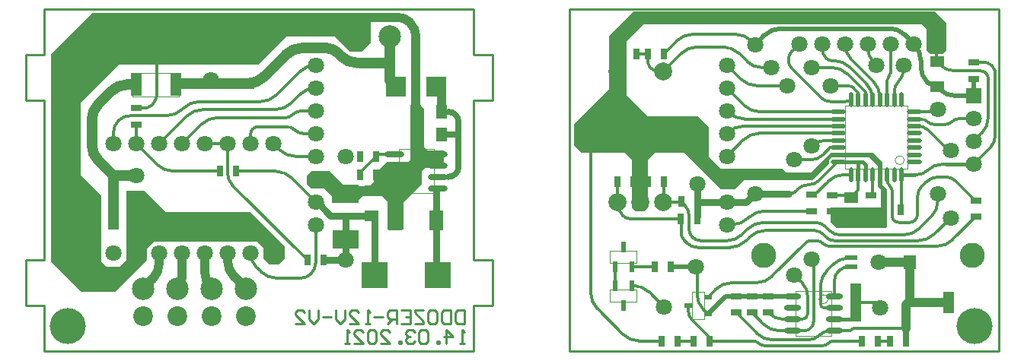
<source format=gtl>
G04 Layer_Physical_Order=1*
G04 Layer_Color=255*
%FSLAX44Y44*%
%MOMM*%
G71*
G01*
G75*
%ADD10C,0.3500*%
%ADD11C,1.2000*%
%ADD12C,0.7000*%
%ADD13C,0.5000*%
%ADD14C,1.0000*%
%ADD15R,0.8000X1.2000*%
%ADD16O,0.5500X1.6500*%
%ADD17O,1.6500X0.5500*%
%ADD18R,1.2000X0.8000*%
%ADD19R,1.6000X1.2000*%
%ADD20R,3.0000X2.0000*%
%ADD21R,0.8500X0.6000*%
%ADD22O,2.2000X0.6000*%
%ADD23R,1.2000X2.6000*%
%ADD24R,2.3000X2.3000*%
%ADD25R,3.0000X3.0000*%
%ADD26R,1.6000X2.2000*%
%ADD27R,1.2000X1.6000*%
%ADD28O,1.9000X0.6000*%
%ADD29R,1.4000X0.6000*%
%ADD30R,1.4000X1.6000*%
%ADD31R,0.6000X1.1500*%
%ADD32R,1.2000X2.4000*%
%ADD33R,1.2000X4.2000*%
%ADD34C,0.4000*%
%ADD35C,0.8000*%
%ADD36C,0.2540*%
%ADD37C,0.1000*%
G04:AMPARAMS|DCode=38|XSize=1.8mm|YSize=1.8mm|CornerRadius=0.225mm|HoleSize=0mm|Usage=FLASHONLY|Rotation=180.000|XOffset=0mm|YOffset=0mm|HoleType=Round|Shape=RoundedRectangle|*
%AMROUNDEDRECTD38*
21,1,1.8000,1.3500,0,0,180.0*
21,1,1.3500,1.8000,0,0,180.0*
1,1,0.4500,-0.6750,0.6750*
1,1,0.4500,0.6750,0.6750*
1,1,0.4500,0.6750,-0.6750*
1,1,0.4500,-0.6750,-0.6750*
%
%ADD38ROUNDEDRECTD38*%
%ADD39C,1.8000*%
%ADD40C,2.8000*%
%ADD41R,1.8000X1.8000*%
%ADD42C,3.3000*%
%ADD43C,2.0000*%
%ADD44C,2.5000*%
%ADD45C,4.0000*%
%ADD46C,2.2000*%
G36*
X4462780Y1139190D02*
X4417060Y1093470D01*
X4417060Y1031240D01*
X4417060Y862330D01*
X4451350Y828040D01*
X4488180Y828040D01*
X4523740Y863600D01*
X4523740Y876300D01*
X4531360Y883920D01*
X4645911Y883920D01*
X4646930Y883920D01*
X4653280Y877570D01*
X4653280Y876551D01*
X4653280Y865603D01*
X4660355Y858529D01*
X4670335Y858529D01*
X4677410Y865603D01*
X4677410Y878840D01*
X4639312Y916938D01*
X4551680Y916939D01*
X4545330Y916940D01*
X4521200Y941070D01*
X4500880D01*
Y916940D01*
X4500880Y886460D01*
X4500880Y863600D01*
X4493260Y855980D01*
X4479290D01*
X4472940Y862330D01*
X4472940Y935990D01*
X4450252Y958678D01*
X4450252Y1039032D01*
X4492625Y1081405D01*
X4647565Y1081405D01*
X4678680Y1112520D01*
X4733290Y1112520D01*
X4749800Y1096010D01*
X4762500D01*
X4772660Y1106170D01*
X4772660Y1139190D01*
X4654550Y1139190D01*
X4462780Y1139190D01*
D02*
G37*
G36*
X5038090Y1113790D02*
X5038090Y1054100D01*
X4998720Y1014730D01*
X4998720Y991870D01*
X5007610Y982980D01*
X5055870D01*
X5063490Y975360D01*
Y922020D01*
X5067300Y918210D01*
X5077460Y918210D01*
X5081270Y922020D01*
X5081270Y975360D01*
X5088890Y982980D01*
X5121910D01*
X5162550Y942340D01*
X5177790Y942340D01*
X5187950Y952500D01*
X5218430Y952500D01*
X5264150Y952500D01*
X5282748Y971098D01*
X5282417Y972760D01*
X5282825Y974808D01*
X5283985Y976545D01*
X5285721Y977705D01*
X5287770Y978113D01*
X5298770D01*
X5299841Y977900D01*
X5327650Y977900D01*
X5336540Y969010D01*
Y964676D01*
X5336623Y964260D01*
Y953260D01*
X5336540Y952844D01*
Y946150D01*
X5340350Y942340D01*
Y922020D01*
X5284470D01*
X5284470Y905510D01*
X5290820Y899160D01*
X5345430D01*
X5346700Y900430D01*
X5346700Y942340D01*
X5341620Y947420D01*
Y972820D01*
X5331461Y982980D01*
X5284470Y982980D01*
X5262880Y961390D01*
X5257800D01*
X5234940Y961390D01*
X5231130Y965200D01*
X5162550Y965200D01*
X5148580Y979170D01*
X5148580Y1012190D01*
X5137150Y1023620D01*
X5081270D01*
X5057140Y1047750D01*
X5057140Y1107440D01*
X5076190Y1126490D01*
X5218340D01*
X5218430Y1126508D01*
X5359880D01*
X5359970Y1126490D01*
X5386071D01*
X5391150Y1121410D01*
Y1097280D01*
X5394960Y1093470D01*
X5408930D01*
X5412740Y1097280D01*
X5412740Y1127760D01*
X5400040Y1140460D01*
X5064760Y1140460D01*
X5038090Y1113790D01*
D02*
G37*
G36*
X4817110Y975360D02*
X4814570Y972820D01*
X4790440Y972820D01*
X4781550Y963930D01*
X4776470D01*
Y951230D01*
X4771390Y946150D01*
X4743450D01*
X4726940Y962660D01*
X4706620Y962660D01*
X4701540Y957580D01*
X4701540Y948690D01*
X4706620Y943610D01*
X4720590Y943610D01*
X4729480Y934720D01*
Y927100D01*
X4756150D01*
X4763770Y934720D01*
X4785360D01*
X4791710Y928370D01*
Y897890D01*
X4809490D01*
Y928370D01*
X4829810Y948690D01*
Y962660D01*
X4833620Y966470D01*
X4852670D01*
X4853940Y967740D01*
Y985520D01*
X4836160D01*
X4832350Y989330D01*
Y1032510D01*
X4829810Y1035050D01*
X4817110D01*
Y975360D01*
D02*
G37*
D10*
X4688840Y1008380D02*
G03*
X4688836Y1008384I-9201J-9205D01*
G01*
X4688842Y1008378D02*
G03*
X4688840Y1008380I-9203J-9203D01*
G01*
X4641856Y1009656D02*
G03*
X4641850Y1009650I6126J-6138D01*
G01*
D02*
G03*
X4641844Y1009644I6132J-6132D01*
G01*
X4711700Y1055370D02*
G03*
X4694356Y1048186I0J-24528D01*
G01*
X4711700Y1080770D02*
G03*
X4694356Y1073586I0J-24528D01*
G01*
X4524018Y1033008D02*
G03*
X4530090Y1036320I-2595J11979D01*
G01*
D02*
G03*
X4534362Y1043352I-12264J12264D01*
G01*
X4613910Y960120D02*
G03*
X4619298Y947112I18396J0D01*
G01*
X4535351Y970099D02*
G03*
X4553311Y962660I17960J17960D01*
G01*
X5188071Y1036199D02*
G03*
X5206031Y1028760I17960J17960D01*
G01*
X4586331Y1031240D02*
G03*
X4568370Y1023801I0J-25400D01*
G01*
X4666889Y1031240D02*
G03*
X4684850Y1038680I0J25400D01*
G01*
X5205011Y1004760D02*
G03*
X5187051Y997320I0J-25400D01*
G01*
X4671241Y986609D02*
G03*
X4689201Y979170I17960J17960D01*
G01*
X5170671Y1028199D02*
G03*
X5188631Y1020760I17960J17960D01*
G01*
X4602841Y1022350D02*
G03*
X4584880Y1014911I0J-25400D01*
G01*
X4697294Y1029970D02*
G03*
X4685030Y1024890I0J-17344D01*
G01*
X4678898Y1022350D02*
G03*
X4685030Y1024890I0J8672D01*
G01*
X4688842Y1008378D02*
G03*
X4698038Y1004570I9196J9200D01*
G01*
X5187611Y1012760D02*
G03*
X5169650Y1005321I0J-25400D01*
G01*
X4641844Y1009644D02*
G03*
X4639310Y1003518I6138J-6126D01*
G01*
X4688836Y1008384D02*
G03*
X4679639Y1012190I-9198J-9209D01*
G01*
X4647982D02*
G03*
X4641856Y1009656I0J-8672D01*
G01*
X5270164Y995343D02*
G03*
X5262880Y990600I7588J-19615D01*
G01*
X5300920Y1040130D02*
G03*
X5307270Y1042760I0J8979D01*
G01*
X5273630Y1044620D02*
G03*
X5284470Y1040130I10840J10840D01*
G01*
X5241689Y1076561D02*
G03*
X5241691Y1076559I10168J10164D01*
G01*
X5237480Y1086725D02*
G03*
X5241689Y1076561I14377J0D01*
G01*
Y1096889D02*
G03*
X5237480Y1086725I10168J-10164D01*
G01*
X5241691Y1096891D02*
G03*
X5241689Y1096889I10166J-10166D01*
G01*
X5310059Y1055370D02*
G03*
X5310054Y1055376I-6132J-6132D01*
G01*
D02*
G03*
X5303928Y1057910I-6126J-6138D01*
G01*
X5184321Y1065350D02*
G03*
X5202281Y1057910I17960J17960D01*
G01*
X4545829Y1024480D02*
G03*
X4563789Y1031919I0J25400D01*
G01*
X4505722Y1024480D02*
G03*
X4492420Y1018970I0J-18812D01*
G01*
D02*
G03*
X4486910Y1005668I13302J-13302D01*
G01*
X4582521Y1040130D02*
G03*
X4564561Y1032691I0J-25400D01*
G01*
X4650379Y1040130D02*
G03*
X4668340Y1047570I0J25400D01*
G01*
X5331270Y1042760D02*
G03*
X5324015Y1060275I-24770J0D01*
G01*
X5274740Y1099616D02*
G03*
X5279390Y1088390I15876J0D01*
G01*
X5305880Y1078410D02*
G03*
X5287919Y1085850I-17960J-17960D01*
G01*
X5279390Y1088390D02*
G03*
X5285522Y1085850I6132J6132D01*
G01*
X5339270Y1044659D02*
G03*
X5331830Y1062619I-25400J0D01*
G01*
X5300140Y1104540D02*
G03*
X5307373Y1087077I24697J0D01*
G01*
X5191760Y1084580D02*
G03*
X5191769Y1084571I15330J15330D01*
G01*
X5303339Y1070790D02*
G03*
X5285379Y1078230I-17960J-17960D01*
G01*
X5191769Y1084571D02*
G03*
X5207090Y1078230I15321J15340D01*
G01*
X5084895Y1077145D02*
G03*
X5094178Y1073300I9283J9283D01*
G01*
X5081050Y1083709D02*
G03*
X5082972Y1079068I6564J0D01*
G01*
X5182689Y1093651D02*
G03*
X5164729Y1101090I-17960J-17960D01*
G01*
X5136081D02*
G03*
X5118120Y1093651I0J-25400D01*
G01*
X5122348Y924342D02*
G03*
X5122344Y924346I-11219J-11212D01*
G01*
X5174889Y902970D02*
G03*
X5192850Y910409I0J25400D01*
G01*
X5211171Y918210D02*
G03*
X5193210Y910770I0J-25400D01*
G01*
X4694356Y843280D02*
G03*
X4706620Y848360I0J17344D01*
G01*
D02*
G03*
X4711700Y860624I-12264J12264D01*
G01*
X4650920Y850720D02*
G03*
X4668881Y843280I17960J17960D01*
G01*
X4639310Y871220D02*
G03*
X4645596Y856044I21462J0D01*
G01*
X5130467Y796623D02*
G03*
X5130473Y796617I9839J9827D01*
G01*
X5126400Y806450D02*
G03*
X5130467Y796623I13906J0D01*
G01*
X5082719Y827860D02*
G03*
X5064759Y835300I-17960J-17960D01*
G01*
X5262726Y788516D02*
G03*
X5265420Y795020I-6504J6504D01*
G01*
X5277751Y996760D02*
G03*
X5270164Y995343I0J-21032D01*
G01*
X5255478Y784860D02*
G03*
X5261610Y787400I0J8672D01*
G01*
X5209501Y792299D02*
G03*
X5227461Y784860I17960J17960D01*
G01*
X5257165Y799465D02*
G03*
X5257166Y799466I-4599J4599D01*
G01*
X5257164Y799464D02*
G03*
X5257165Y799465I-4598J4600D01*
G01*
X5273040Y814596D02*
G03*
X5274310Y811530I4336J0D01*
G01*
X5295014Y863984D02*
G03*
X5287111Y858621I10057J-23324D01*
G01*
X5305071Y866060D02*
G03*
X5295014Y863984I0J-25400D01*
G01*
X5274310Y811530D02*
G03*
X5277376Y810260I3066J3066D01*
G01*
X5275116Y844086D02*
G03*
X5273040Y834029I23324J-10057D01*
G01*
X5280480Y851990D02*
G03*
X5275116Y844086I17960J-17960D01*
G01*
X5303600Y856060D02*
G03*
X5294928Y852468I0J-12264D01*
G01*
X5292090Y849630D02*
G03*
X5288920Y841977I7653J-7653D01*
G01*
X5204460Y770890D02*
G03*
X5210592Y768350I6132J6132D01*
G01*
X5275798D02*
G03*
X5281930Y770890I0J8672D01*
G01*
X5288062Y773430D02*
G03*
X5281930Y770890I0J-8672D01*
G01*
X5204460D02*
G03*
X5198328Y773430I-6132J-6132D01*
G01*
X5283835Y895985D02*
G03*
X5283843Y895977I10731J10731D01*
G01*
X5402219Y878840D02*
G03*
X5420179Y886280I0J25400D01*
G01*
X5276215Y882015D02*
G03*
X5283880Y878840I7665J7665D01*
G01*
X5276215Y882015D02*
G03*
X5268550Y885190I-7665J-7665D01*
G01*
X5174321Y838200D02*
G03*
X5156360Y830760I0J-25400D01*
G01*
X5262880Y885190D02*
G03*
X5256376Y882496I0J-9198D01*
G01*
X5201559Y838200D02*
G03*
X5219520Y845639I0J25400D01*
G01*
X5353050Y911116D02*
G03*
X5354320Y908050I4336J0D01*
G01*
X5378444Y908044D02*
G03*
X5378450Y908050I-6126J6138D01*
G01*
D02*
G03*
X5378456Y908056I-6132J6132D01*
G01*
X5283843Y895977D02*
G03*
X5294566Y891540I10723J10739D01*
G01*
X5365389D02*
G03*
X5383350Y898979I0J25400D01*
G01*
X5279390Y900430D02*
G03*
X5267126Y905510I-12264J-12264D01*
G01*
X5209901D02*
G03*
X5191940Y898071I0J-25400D01*
G01*
X5396411Y912040D02*
G03*
X5403850Y930001I-17960J17960D01*
G01*
X5130802Y888998D02*
G03*
X5139998Y885190I9196J9200D01*
G01*
X5169182D02*
G03*
X5186045Y892175I0J23848D01*
G01*
X5130800Y889000D02*
G03*
X5130802Y888998I9198J9198D01*
G01*
X5126990Y898198D02*
G03*
X5130798Y889002I13008J0D01*
G01*
X5126990Y913130D02*
G03*
X5122348Y924342I-15861J0D01*
G01*
X5117366Y928300D02*
G03*
X5118090Y928600I0J1024D01*
G01*
X5262880Y975360D02*
G03*
X5275888Y980748I0J18396D01*
G01*
X5257166Y799466D02*
G03*
X5259070Y804064I-4600J4598D01*
G01*
Y822960D02*
G03*
X5252784Y838136I-21462J0D01*
G01*
X5290997Y987760D02*
G03*
X5292074Y988760I-12877J14954D01*
G01*
X5252566Y797560D02*
G03*
X5257164Y799464I0J6504D01*
G01*
X5214620Y804960D02*
G03*
X5232485Y797560I17865J17865D01*
G01*
X5271624Y952353D02*
G03*
X5271629Y952359I-11918J11930D01*
G01*
X5247787Y942487D02*
G03*
X5247781Y942481I11918J-11930D01*
G01*
X5299761Y958760D02*
G03*
X5281801Y951320I0J-25400D01*
G01*
X5445386Y930014D02*
G03*
X5445760Y929860I374J377D01*
G01*
X5378456Y908056D02*
G03*
X5380990Y914182I-6138J6126D01*
G01*
X5445385Y930015D02*
G03*
X5445386Y930014I375J376D01*
G01*
X5424170Y951230D02*
G03*
X5411906Y956310I-12264J-12264D01*
G01*
X5386070Y946150D02*
G03*
X5380990Y933886I12264J-12264D01*
G01*
X5405207Y956310D02*
G03*
X5389882Y949962I0J-21673D01*
G01*
X5372318Y905510D02*
G03*
X5378444Y908044I0J8672D01*
G01*
X5354320Y908050D02*
G03*
X5360452Y905510I6132J6132D01*
G01*
X5353050Y939120D02*
G03*
X5349875Y946785I-10840J0D01*
G01*
X5347270Y953074D02*
G03*
X5349875Y946785I8894J0D01*
G01*
X5349110Y1067940D02*
G03*
X5350940Y1072365I-4435J4425D01*
G01*
X5349103Y1067934D02*
G03*
X5347270Y1063505I4431J-4429D01*
G01*
X5349105Y1067935D02*
G03*
X5349110Y1067940I-4430J4430D01*
G01*
X5359400Y1061720D02*
G03*
X5359393Y1061713I9971J-9971D01*
G01*
X5359400Y1061720D02*
G03*
X5359409Y1061729I-15330J15330D01*
G01*
D02*
G03*
X5365750Y1077050I-15340J15321D01*
G01*
X5359393Y1061713D02*
G03*
X5355270Y1051749I9977J-9964D01*
G01*
X5325540Y1101021D02*
G03*
X5332980Y1083061I25400J0D01*
G01*
X5457190Y1071880D02*
G03*
X5457184Y1071886I-6132J-6132D01*
G01*
X5457195Y1071874D02*
G03*
X5457190Y1071880I-6138J-6126D01*
G01*
X5406505Y1080685D02*
G03*
X5406514Y1080677I15125J15125D01*
G01*
X5412060Y1014730D02*
G03*
X5419725Y1017905I0J10840D01*
G01*
X5427390Y1021080D02*
G03*
X5419725Y1017905I0J-10840D01*
G01*
X5391945Y1017745D02*
G03*
X5399224Y1014730I7279J7279D01*
G01*
X5391945Y1017745D02*
G03*
X5384666Y1020760I-7279J-7279D01*
G01*
X5391785Y1009015D02*
G03*
X5391782Y1009018I-9041J-9041D01*
G01*
X5279392Y888998D02*
G03*
X5288588Y885190I9196J9200D01*
G01*
X5381899D02*
G03*
X5399860Y892629I0J25400D01*
G01*
X5279390Y889000D02*
G03*
X5279392Y888998I9198J9198D01*
G01*
X5275580Y892810D02*
G03*
X5275578Y892812I-9198J-9198D01*
G01*
D02*
G03*
X5266382Y896620I-9196J-9200D01*
G01*
X5391782Y1009018D02*
G03*
X5382744Y1012760I-9038J-9044D01*
G01*
X5172349Y877570D02*
G03*
X5190309Y885010I0J25400D01*
G01*
X5212441Y896620D02*
G03*
X5194481Y889181I0J-25400D01*
G01*
X5124142Y882958D02*
G03*
X5137150Y877570I13008J13008D01*
G01*
X5118100Y894388D02*
G03*
X5121908Y885192I13008J0D01*
G01*
X5053330Y913130D02*
G03*
X5062528Y909320I9198J9198D01*
G01*
X5047770Y926553D02*
G03*
X5053330Y913130I18983J0D01*
G01*
X5467006Y1074764D02*
G03*
X5463758Y1080552I-11920J-2884D01*
G01*
X5467350Y1071880D02*
G03*
X5467006Y1074764I-12264J0D01*
G01*
X5462270Y989330D02*
G03*
X5467350Y1001594I-12264J12264D01*
G01*
X5463540Y1080770D02*
G03*
X5458357Y1083413I-6663J-6663D01*
G01*
D02*
G03*
X5456877Y1083530I-1480J-9306D01*
G01*
X5408648Y970280D02*
G03*
X5391785Y963295I0J-23848D01*
G01*
X5380837Y958760D02*
G03*
X5391785Y963295I0J15483D01*
G01*
X5366230Y1115060D02*
G03*
X5366221Y1115069I-15330J-15330D01*
G01*
X5259705Y947420D02*
G03*
X5247787Y942487I0J-16863D01*
G01*
X5259705Y947420D02*
G03*
X5271624Y952353I0J16863D01*
G01*
X5238868Y937260D02*
G03*
X5245170Y939870I0J8913D01*
G01*
X5393959Y1060181D02*
G03*
X5402580Y1056610I8621J8621D01*
G01*
X5135880Y825841D02*
G03*
X5143320Y807880I25400J0D01*
G01*
X5196660Y1107620D02*
G03*
X5178699Y1115060I-17960J-17960D01*
G01*
X5131161D02*
G03*
X5113200Y1107620I0J-25400D01*
G01*
X4684850Y955220D02*
G03*
X4666889Y962660I-17960J-17960D01*
G01*
X4521423Y1032730D02*
G03*
X4524018Y1033008I0J12257D01*
G01*
X4534362Y1043352D02*
G03*
X4535170Y1048584I-16536J5232D01*
G01*
X4816475Y1128395D02*
G03*
X4816472Y1128398I-13797J-13797D01*
G01*
X5017770Y827131D02*
G03*
X5025209Y809171I25400J0D01*
G01*
X5053510Y780870D02*
G03*
X5071471Y773430I17960J17960D01*
G01*
X5406514Y1080677D02*
G03*
X5421630Y1074420I15117J15133D01*
G01*
X5457184Y1071886D02*
G03*
X5451058Y1074420I-6126J-6138D01*
G01*
X5459730Y1065748D02*
G03*
X5457195Y1071874I-8672J0D01*
G01*
X5452291Y1004751D02*
G03*
X5459730Y1022711I-17960J17960D01*
G01*
X5303738Y784860D02*
G03*
X5306334Y785258I0J8672D01*
G01*
X5309609Y787150D02*
G03*
X5306334Y785258I1897J-7064D01*
G01*
X5311506Y787400D02*
G03*
X5309609Y787150I0J-7315D01*
G01*
X5306334Y785258D02*
G03*
X5309609Y787150I-2596J8274D01*
G01*
X5201990Y782140D02*
G03*
X5219951Y774700I17960J17960D01*
G01*
X5259506D02*
G03*
X5271770Y779780I0J17344D01*
G01*
X5284034Y784860D02*
G03*
X5271770Y779780I0J-17344D01*
G01*
X5315270Y941420D02*
X5307330Y933480D01*
X5315270Y941420D02*
Y958760D01*
X5331270Y938340D02*
X5328920Y935990D01*
X5331270Y938340D02*
Y958760D01*
X5417820Y985520D02*
X5415280D01*
X5363270Y920810D02*
X5361940Y919480D01*
X5363270Y920810D02*
Y958760D01*
X5315270Y972440D02*
X5314950Y972760D01*
X5220970Y1078230D02*
X5218430D01*
X5238750Y1057910D02*
X5236210D01*
X5323270Y1042760D02*
Y1050860D01*
X5295810Y1028760D02*
X5293270D01*
X5295810Y996760D02*
X5293270D01*
X5295810Y1012760D02*
X5293270D01*
X5295810Y972760D02*
X5293270D01*
X5295810Y1004760D02*
X5293270D01*
X5332730Y917990D02*
X5328920D01*
X5266690Y918210D02*
X5262880D01*
X5293270Y972760D02*
X5292030D01*
X5295810Y1020760D02*
X5293270D01*
X5295810Y988760D02*
X5293270D01*
X4800930Y1056640D02*
X4794250Y1063320D01*
X4756150Y1112520D02*
Y1132840D01*
X4757420Y1134110D02*
X4756150Y1132840D01*
X5403850Y1031240D02*
X5403790Y1028760D01*
X5379810D01*
X5300140Y1104540D02*
Y1104950D01*
X5249340Y1104540D02*
Y1104950D01*
X5325540Y1104540D02*
Y1104950D01*
X5402580Y1084610D02*
X5401740Y1085450D01*
Y1104540D01*
X5334000Y816610D02*
X5316220D01*
X5337810Y812800D02*
X5334000Y816610D01*
X5132070Y773430D02*
X5114290D01*
X4745990Y913100D02*
X4744990Y912100D01*
X4847460Y943610D02*
X4846190Y942340D01*
X4777350Y909680D02*
X4773930Y913100D01*
X4847350Y855820D02*
X4846190Y856980D01*
X4781550Y956310D02*
X4779010Y958850D01*
X4800190Y918210D02*
X4799460Y918940D01*
X4761010Y958850D02*
Y961170D01*
X4779010Y979170D02*
X4761010Y961170D01*
X4781550Y981710D02*
X4779010Y979170D01*
X4799460Y981710D02*
X4781550D01*
X5350290Y773430D02*
X5336760D01*
X5214620Y822960D02*
X5214510D01*
X5099270Y929800D02*
X5097770Y928300D01*
X5290930Y917990D02*
X5290820Y918100D01*
X5047770Y1073300D02*
X5046980Y1074090D01*
X5081270Y951230D02*
X5072770D01*
X5064980D01*
X5072770Y928300D02*
Y951230D01*
X5099270Y929800D02*
Y951230D01*
X5046980Y929090D02*
Y951230D01*
X5047770Y928300D02*
X5046980Y929090D01*
X4744990Y887020D02*
X4744720Y886750D01*
X5136320Y928370D02*
X5136090Y928600D01*
X5136100Y911860D02*
X5136090Y911870D01*
Y948690D02*
Y952290D01*
X5150070Y773430D02*
Y777020D01*
X5044440Y835300D02*
Y855980D01*
X5088670D02*
X5064710D01*
X5373370Y816610D02*
X5372100Y817880D01*
X5118100Y909320D02*
X5117880D01*
X5081050Y1093470D02*
X5068570D01*
X4557140Y1060420D02*
X4555900Y1059180D01*
X4545530Y1089460D02*
X4535170Y1099820D01*
X4594860Y1089460D02*
X4545530D01*
X4512310Y993140D02*
Y1014730D01*
X4613910Y993140D02*
X4588510D01*
X4613910Y960120D02*
Y993140D01*
X4702810Y863600D02*
X4619298Y947112D01*
X4605020Y962660D02*
X4553311D01*
X4535351Y970099D02*
X4512310Y993140D01*
X4472305Y972125D02*
Y972185D01*
X4486880Y957550D02*
X4472305Y972125D01*
X4487110Y957380D02*
X4486910Y957580D01*
X4472305Y972185D02*
X4470219Y974270D01*
X4761230Y1083310D02*
X4757781D01*
X4636379Y1060420D02*
X4635500D01*
X4870450Y1017270D02*
Y1017860D01*
X4859610Y956310D02*
X4847460D01*
X4859610Y1028700D02*
X4851430D01*
X5293270Y1028760D02*
X5206031D01*
X5188071Y1036199D02*
X5168900Y1055370D01*
X4568370Y1023801D02*
X4537710Y993140D01*
X4694356Y1048186D02*
X4684850Y1038680D01*
X4666889Y1031240D02*
X4586331D01*
X5187051Y997320D02*
X5168900Y979170D01*
X5293270Y1004760D02*
X5205011D01*
X4711700Y979170D02*
X4689201D01*
X4671241Y986609D02*
X4664710Y993140D01*
X5293270Y1020760D02*
X5188631D01*
X5170671Y1028199D02*
X5168900Y1029970D01*
X4584880Y1014911D02*
X4563110Y993140D01*
X4711700Y1029970D02*
X4697294D01*
X4678898Y1022350D02*
X4602841D01*
X5169650Y1005321D02*
X5168900Y1004570D01*
X4711700D02*
X4698038D01*
X5293270Y1012760D02*
X5187611D01*
X4639310Y993140D02*
Y1003518D01*
X4679639Y1012190D02*
X4647982D01*
X5300920Y1040130D02*
X5284470D01*
X5273630Y1044620D02*
X5241691Y1076559D01*
X5241689Y1076561D01*
X5249340Y1104540D02*
X5241691Y1096891D01*
X5241689Y1096889D01*
X5315270Y1042760D02*
Y1050160D01*
X5310059Y1055370D01*
X5303928Y1057910D02*
X5284470D01*
X5236210D02*
X5202281D01*
X5184321Y1065350D02*
X5168900Y1080770D01*
X4545829Y1024480D02*
X4505722D01*
X4564561Y1032691D02*
X4563789Y1031919D01*
X4486910Y993140D02*
Y1005668D01*
X4650379Y1040130D02*
X4582521D01*
X4694356Y1073586D02*
X4668340Y1047570D01*
X5274740Y1099616D02*
Y1104540D01*
X5324015Y1060275D02*
X5305880Y1078410D01*
X5287919Y1085850D02*
X5285522D01*
X5339270Y1042760D02*
Y1044659D01*
X5331830Y1062619D02*
X5307373Y1087077D01*
X5325540Y1101021D02*
Y1104540D01*
X5081050Y1083709D02*
Y1093470D01*
X5323270Y1050860D02*
X5303339Y1070790D01*
X5285379Y1078230D02*
X5262880D01*
X5218430D02*
X5207090D01*
X5191760Y1084580D02*
X5182689Y1093651D01*
X5097770Y1073300D02*
X5094178D01*
X5118120Y1093651D02*
X5097770Y1073300D01*
X5084895Y1077145D02*
X5082972Y1079068D01*
X5164729Y1101090D02*
X5136081D01*
X5193210Y910770D02*
X5192850Y910409D01*
X5174889Y902970D02*
X5168900D01*
X5262880Y918210D02*
X5211171D01*
X4694356Y843280D02*
X4668881D01*
X4711700Y860624D02*
Y901700D01*
X4650920Y850720D02*
X4645596Y856044D01*
X5150070Y777020D02*
X5130473Y796617D01*
X5126400Y806450D02*
Y812800D01*
X5337810Y803910D02*
Y812800D01*
X5099050Y811530D02*
X5082719Y827860D01*
X5064759Y835300D02*
X5063440D01*
X5047770Y926553D02*
Y928300D01*
X5265420Y795020D02*
Y864870D01*
X5293270Y996760D02*
X5277751D01*
X5255478Y784860D02*
X5241920D01*
X5262726Y788516D02*
X5261610Y787400D01*
X5241920Y784860D02*
X5227461D01*
X5209501Y792299D02*
X5196840Y804960D01*
X5252784Y838136D02*
X5243830Y847090D01*
X5288920Y810260D02*
X5277376D01*
X5307100Y866060D02*
X5305071D01*
X5273040Y814596D02*
Y834029D01*
X5287111Y858621D02*
X5280480Y851990D01*
X5294928Y852468D02*
X5292090Y849630D01*
X5307100Y856060D02*
X5303600D01*
X5288920Y822960D02*
Y841977D01*
X5318760Y773430D02*
X5288062D01*
X5275798Y768350D02*
X5210592D01*
X5198328Y773430D02*
X5150070D01*
X5402219Y878840D02*
X5283880D01*
X5445760Y911860D02*
X5420179Y886280D01*
X5268550Y885190D02*
X5262880D01*
X5156360Y830760D02*
X5147900Y822300D01*
X5256376Y882496D02*
X5219520Y845639D01*
X5201559Y838200D02*
X5174321D01*
X5365389Y891540D02*
X5294566D01*
X5396411Y912040D02*
X5383350Y898979D01*
X5283835Y895985D02*
X5279390Y900430D01*
X5403850Y930001D02*
Y937260D01*
X5267126Y905510D02*
X5209901D01*
X5169182Y885190D02*
X5139998D01*
X5191940Y898071D02*
X5186045Y892175D01*
X5130800Y889000D02*
X5130798Y889002D01*
X5126990Y898198D02*
Y913130D01*
X5122344Y924346D02*
X5118090Y928600D01*
X5117366Y928300D02*
X5097770D01*
X5259070Y804064D02*
Y822960D01*
X5262880Y975360D02*
X5246370D01*
X5293270Y988760D02*
X5292074D01*
X5283900D01*
X5275888Y980748D01*
X5252566Y797560D02*
X5241920D01*
X5232485D01*
X5292030Y972760D02*
X5271629Y952359D01*
X5307270Y958760D02*
X5299761D01*
X5281801Y951320D02*
X5266690Y936210D01*
X5347270Y953074D02*
Y958760D01*
X5445386Y930014D02*
X5445385Y930015D01*
X5424170Y951230D01*
X5411906Y956310D02*
X5405207D01*
X5389882Y949962D02*
X5386070Y946150D01*
X5372318Y905510D02*
X5360452D01*
X5380990Y914182D02*
Y933886D01*
X5353050Y911116D02*
Y939120D01*
X5350940Y1072365D02*
Y1104540D01*
X5347270Y1042760D02*
Y1063505D01*
X5350940Y1104950D02*
X5349810Y1103820D01*
X5349105Y1067935D02*
X5349103Y1067934D01*
X5365750Y1077050D02*
Y1080770D01*
X5355270Y1042760D02*
Y1051749D01*
X5335270Y1080770D02*
X5332980Y1083061D01*
X5406505Y1080685D02*
X5402580Y1084610D01*
X5443220Y1021080D02*
X5427390D01*
X5412060Y1014730D02*
X5399224D01*
X5384666Y1020760D02*
X5377270D01*
X5415280Y985520D02*
X5391785Y1009015D01*
X5381899Y885190D02*
X5288588D01*
X5417820Y910590D02*
X5399860Y892629D01*
X5279392Y888998D02*
X5279390Y889000D01*
X5275580Y892810D01*
X5275578Y892812D01*
X5382744Y1012760D02*
X5377270D01*
X5194481Y889181D02*
X5190309Y885010D01*
X5266382Y896620D02*
X5212441D01*
X5172349Y877570D02*
X5137150D01*
X5124142Y882958D02*
X5121908Y885192D01*
X5118100Y894388D02*
Y909320D01*
X5117880D02*
X5062528D01*
X5467350Y1001594D02*
Y1071880D01*
X5462270Y989330D02*
X5443220Y970280D01*
X5463758Y1080552D02*
X5463540Y1080770D01*
X5456877Y1083530D02*
X5443220D01*
X5412740Y970280D02*
X5408648D01*
X5380837Y958760D02*
X5377180D01*
X5017770Y827131D02*
Y1003300D01*
X5307330Y936100D02*
X5289550D01*
X5238868Y937260D02*
X5237539D01*
X5247781Y942481D02*
X5245170Y939870D01*
X5405270Y1053920D02*
X5402580Y1056610D01*
X5377567Y1103313D02*
X5376340Y1104540D01*
X5147900Y803300D02*
X5143320Y807880D01*
X5135880Y825841D02*
Y862330D01*
X5200650Y1103630D02*
X5196660Y1107620D01*
X5178699Y1115060D02*
X5131161D01*
X4711700Y928370D02*
X4684850Y955220D01*
X4666889Y962660D02*
X4623020D01*
X5113200Y1107620D02*
X5099050Y1093470D01*
X4613910Y862691D02*
Y871220D01*
X4535170Y1048584D02*
Y1099820D01*
X4521423Y1032730D02*
X4512310D01*
X4823430Y1111250D02*
Y1111604D01*
X5053510Y780870D02*
X5025209Y809171D01*
X5096290Y773430D02*
X5071471D01*
X5451058Y1074420D02*
X5421630D01*
X5452291Y1004751D02*
X5443220Y995680D01*
X5459730Y1022711D02*
Y1065748D01*
X5201990Y782140D02*
X5179060Y805070D01*
X5259506Y774700D02*
X5219951D01*
X5288920Y784860D02*
X5284034D01*
X5303738D02*
X5288920D01*
X5368290Y787400D02*
X5311506D01*
X4596130Y831850D02*
X4595949Y832030D01*
D11*
X4502511Y1059180D02*
G03*
X4484550Y1051740I0J-25400D01*
G01*
X4462780Y992231D02*
G03*
X4470219Y974270I25400J0D01*
G01*
Y1037410D02*
G03*
X4462780Y1019449I17960J-17960D01*
G01*
X4739821Y1090750D02*
G03*
X4757781Y1083310I17960J17960D01*
G01*
X4735830Y1094740D02*
G03*
X4723566Y1099820I-12264J-12264D01*
G01*
X4636379Y1060420D02*
G03*
X4654340Y1067859I0J25400D01*
G01*
X4696460Y1099820D02*
G03*
X4679116Y1092636I0J-24528D01*
G01*
X4794250Y1083310D02*
Y1112520D01*
Y1063320D02*
Y1083310D01*
X4486880Y905510D02*
Y957550D01*
X4512310Y957380D02*
X4487110D01*
X4486910Y957580D02*
X4472305Y972185D01*
X4511900Y1059180D02*
X4502511D01*
X4484550Y1051740D02*
X4470219Y1037410D01*
X4462780Y992231D02*
Y1019449D01*
X4794250Y1083310D02*
X4761230D01*
X4739821Y1090750D02*
X4735830Y1094740D01*
X4635500Y1060420D02*
X4557140D01*
X4679116Y1092636D02*
X4654340Y1067859D01*
X4723566Y1099820D02*
X4696460D01*
D12*
X4867275Y959485D02*
G03*
X4870450Y967150I-7665J7665D01*
G01*
Y1017860D02*
G03*
X4867275Y1025525I-10840J0D01*
G01*
D02*
G03*
X4859610Y1028700I-7665J-7665D01*
G01*
Y956310D02*
G03*
X4867275Y959485I0J10840D01*
G01*
X5368290Y773430D02*
Y787400D01*
X4867910Y1003300D02*
X4851430D01*
X4870450Y967150D02*
Y1017270D01*
D13*
X5391158Y1062982D02*
G03*
X5391165Y1062975I15373J15360D01*
G01*
X5384800Y1078342D02*
G03*
X5391158Y1062982I21732J0D01*
G01*
X5405270Y1053920D02*
G03*
X5423231Y1046480I17960J17960D01*
G01*
X5384800Y1085850D02*
G03*
X5377567Y1103313I-24697J0D01*
G01*
X5366221Y1115069D02*
G03*
X5350900Y1121410I-15321J-15340D01*
G01*
X5228951D02*
G03*
X5210991Y1113970I0J-25400D01*
G01*
X5241920Y822960D02*
X5214620D01*
X5179060Y823070D02*
X5167670D01*
X5147900Y803300D01*
X5134610Y855980D02*
X5106670D01*
X5443220Y1046480D02*
Y1065530D01*
X5376340Y1104540D02*
Y1104950D01*
X5366230Y1115060D01*
X5214510Y823070D02*
X5179060D01*
X5443220Y1046480D02*
X5423231D01*
X5393959Y1060181D02*
X5391165Y1062975D01*
X5384800Y1078342D02*
Y1085850D01*
X5210991Y1113970D02*
X5200650Y1103630D01*
X5350900Y1121410D02*
X5228951D01*
D14*
X4530270Y842190D02*
G03*
X4537710Y860151I-17960J17960D01*
G01*
X4558030Y831850D02*
G03*
X4563110Y844114I-12264J12264D01*
G01*
X4816472Y1128398D02*
G03*
X4802678Y1134110I-13794J-13801D01*
G01*
X4823430Y1111604D02*
G03*
X4816475Y1128395I-23746J0D01*
G01*
X4588510Y849991D02*
G03*
X4595949Y832030I25400J0D01*
G01*
X4613910Y862691D02*
G03*
X4621349Y844731I25400J0D01*
G01*
X5372100Y817880D02*
X5368290Y814070D01*
Y787400D02*
Y814070D01*
X4823430Y1003300D02*
Y1028700D01*
X4851430D02*
Y1055370D01*
X5372100Y861060D02*
X5337810D01*
X5372100Y817880D02*
Y861060D01*
X5415410Y816610D02*
X5373370D01*
X4823430Y1028700D02*
Y1111250D01*
X4588510Y849991D02*
Y871220D01*
X4537710Y860151D02*
Y871220D01*
X4530270Y842190D02*
X4519930Y831850D01*
X4563110Y844114D02*
Y871220D01*
X4802678Y1134110D02*
X4757420D01*
X4634230Y831850D02*
X4621349Y844731D01*
D15*
X5343940Y919480D02*
D03*
X5361940D02*
D03*
X5150070Y773430D02*
D03*
X5132070D02*
D03*
X5318760D02*
D03*
X5336760D02*
D03*
X4720810Y863600D02*
D03*
X4702810D02*
D03*
X5099050Y1093470D02*
D03*
X5081050D02*
D03*
X5135880Y909320D02*
D03*
X5117880D02*
D03*
X5099270Y951230D02*
D03*
X5081270D02*
D03*
X5046980D02*
D03*
X5064980D02*
D03*
X5050570Y1093470D02*
D03*
X5068570D02*
D03*
X4779010Y979170D02*
D03*
X4761010D02*
D03*
X5096290Y773430D02*
D03*
X5114290D02*
D03*
X4779010Y958850D02*
D03*
X4761010D02*
D03*
X5368290Y773430D02*
D03*
X5350290D02*
D03*
X5088670Y855980D02*
D03*
X5106670D02*
D03*
X5136090Y928600D02*
D03*
X5118090D02*
D03*
X4605020Y962660D02*
D03*
X4623020D02*
D03*
D16*
X5363270Y958760D02*
D03*
X5355270D02*
D03*
X5347270D02*
D03*
X5339270D02*
D03*
X5331270D02*
D03*
X5323270D02*
D03*
X5315270D02*
D03*
X5307270D02*
D03*
Y1042760D02*
D03*
X5315270D02*
D03*
X5323270D02*
D03*
X5331270D02*
D03*
X5339270D02*
D03*
X5347270D02*
D03*
X5355270D02*
D03*
X5363270D02*
D03*
D17*
X5293270Y972760D02*
D03*
Y980760D02*
D03*
Y988760D02*
D03*
Y996760D02*
D03*
Y1004760D02*
D03*
Y1012760D02*
D03*
Y1020760D02*
D03*
Y1028760D02*
D03*
X5377270D02*
D03*
Y1020760D02*
D03*
Y1012760D02*
D03*
Y1004760D02*
D03*
Y996760D02*
D03*
Y988760D02*
D03*
Y980760D02*
D03*
Y972760D02*
D03*
D18*
X5285740Y936100D02*
D03*
Y918100D02*
D03*
X5443220Y1065530D02*
D03*
Y1083530D02*
D03*
X5328920Y917990D02*
D03*
Y935990D02*
D03*
X5262880Y918210D02*
D03*
Y936210D02*
D03*
X5445760Y929860D02*
D03*
Y911860D02*
D03*
X5179060Y823070D02*
D03*
Y805070D02*
D03*
X5196840Y804960D02*
D03*
Y822960D02*
D03*
X5214620Y804960D02*
D03*
Y822960D02*
D03*
X4512310Y1014730D02*
D03*
Y1032730D02*
D03*
D19*
X5402580Y1056610D02*
D03*
Y1084610D02*
D03*
X5307330Y933480D02*
D03*
Y905480D02*
D03*
X4773930Y913100D02*
D03*
Y941100D02*
D03*
X4635500Y1088420D02*
D03*
Y1060420D02*
D03*
D20*
X4744990Y937020D02*
D03*
Y887020D02*
D03*
D21*
X5147900Y822300D02*
D03*
Y803300D02*
D03*
X5126400Y812800D02*
D03*
D22*
X4847460Y981710D02*
D03*
Y969010D02*
D03*
Y956310D02*
D03*
Y943610D02*
D03*
X4799460Y981710D02*
D03*
Y969010D02*
D03*
Y956310D02*
D03*
Y943610D02*
D03*
D23*
X4555900Y1059180D02*
D03*
X4511900D02*
D03*
D24*
X4845930Y1056640D02*
D03*
X4800930D02*
D03*
D25*
X4847350Y846930D02*
D03*
X4777350D02*
D03*
D26*
X4800190Y908050D02*
D03*
X4846190D02*
D03*
D27*
X4851430Y1003300D02*
D03*
X4823430D02*
D03*
X4851430Y1028700D02*
D03*
X4823430D02*
D03*
X4514880Y905510D02*
D03*
X4486880D02*
D03*
D28*
X5288920Y822960D02*
D03*
Y810260D02*
D03*
Y797560D02*
D03*
Y784860D02*
D03*
X5241920Y822960D02*
D03*
Y810260D02*
D03*
Y797560D02*
D03*
Y784860D02*
D03*
D29*
X5307100Y866060D02*
D03*
Y856060D02*
D03*
D30*
X5372100Y861060D02*
D03*
D31*
X5044440Y835300D02*
D03*
X5063440D02*
D03*
X5053940Y812800D02*
D03*
X5063440Y855980D02*
D03*
X5044440D02*
D03*
X5053940Y878480D02*
D03*
D32*
X5415410Y816610D02*
D03*
D33*
X5312410D02*
D03*
D34*
X5314950Y972760D02*
X5295810D01*
X5320090D02*
X5314950D01*
X5315270Y958760D02*
Y972440D01*
X5323270Y958760D02*
Y969580D01*
X5320090Y972760D01*
X5443220Y1021080D02*
X5442900Y1020760D01*
X5313680Y801370D02*
X5309870Y797560D01*
X5288920D01*
X5289320Y823360D02*
X5288920Y822960D01*
X5377180Y958760D02*
X5365810D01*
X5443220Y970280D02*
X5412740D01*
D35*
X4846190Y856980D02*
Y908050D01*
X5200650Y937260D02*
X5199380D01*
X5190490Y928370D02*
X5168900D01*
X5199380Y937260D02*
X5190490Y928370D01*
X4773930Y913100D02*
X4745990D01*
X4744990Y887020D02*
Y912100D01*
X4846190Y908050D02*
Y942340D01*
X4777350Y855820D02*
Y909680D01*
X4745990Y913100D02*
X4728240D01*
X4714240Y927100D01*
X4744720Y863600D02*
X4720810D01*
X4744720D02*
Y886750D01*
X5168900Y928370D02*
X5136320D01*
X5136090Y911870D02*
Y928600D01*
Y948690D01*
X5237539Y937260D02*
X5200650D01*
D36*
X4876800Y807475D02*
Y792480D01*
X4869302D01*
X4866803Y794979D01*
Y804976D01*
X4869302Y807475D01*
X4876800D01*
X4861805D02*
Y792480D01*
X4854307D01*
X4851808Y794979D01*
Y804976D01*
X4854307Y807475D01*
X4861805D01*
X4839312D02*
X4844311D01*
X4846810Y804976D01*
Y794979D01*
X4844311Y792480D01*
X4839312D01*
X4836813Y794979D01*
Y804976D01*
X4839312Y807475D01*
X4831815D02*
X4821818D01*
Y804976D01*
X4831815Y794979D01*
Y792480D01*
X4821818D01*
X4806823Y807475D02*
X4816819D01*
Y792480D01*
X4806823D01*
X4816819Y799978D02*
X4811821D01*
X4801824Y792480D02*
Y807475D01*
X4794327D01*
X4791827Y804976D01*
Y799978D01*
X4794327Y797478D01*
X4801824D01*
X4796826D02*
X4791827Y792480D01*
X4786829Y799978D02*
X4776832D01*
X4771834Y792480D02*
X4766836D01*
X4769335D01*
Y807475D01*
X4771834Y804976D01*
X4749341Y792480D02*
X4759338D01*
X4749341Y802477D01*
Y804976D01*
X4751841Y807475D01*
X4756839D01*
X4759338Y804976D01*
X4744343Y807475D02*
Y797478D01*
X4739344Y792480D01*
X4734346Y797478D01*
Y807475D01*
X4729348Y799978D02*
X4719351D01*
X4714353Y807475D02*
Y797478D01*
X4709354Y792480D01*
X4704356Y797478D01*
Y807475D01*
X4689361Y792480D02*
X4699358D01*
X4689361Y802477D01*
Y804976D01*
X4691860Y807475D01*
X4696858D01*
X4699358Y804976D01*
X4876800Y770890D02*
X4871801D01*
X4874301D01*
Y785885D01*
X4876800Y783386D01*
X4856807Y770890D02*
Y785885D01*
X4864304Y778388D01*
X4854307D01*
X4849309Y770890D02*
Y773389D01*
X4846810D01*
Y770890D01*
X4849309D01*
X4836813Y783386D02*
X4834314Y785885D01*
X4829315D01*
X4826816Y783386D01*
Y773389D01*
X4829315Y770890D01*
X4834314D01*
X4836813Y773389D01*
Y783386D01*
X4821818D02*
X4819319Y785885D01*
X4814320D01*
X4811821Y783386D01*
Y780887D01*
X4814320Y778388D01*
X4816819D01*
X4814320D01*
X4811821Y775888D01*
Y773389D01*
X4814320Y770890D01*
X4819319D01*
X4821818Y773389D01*
X4806823Y770890D02*
Y773389D01*
X4804323D01*
Y770890D01*
X4806823D01*
X4784330D02*
X4794327D01*
X4784330Y780887D01*
Y783386D01*
X4786829Y785885D01*
X4791827D01*
X4794327Y783386D01*
X4779331D02*
X4776832Y785885D01*
X4771834D01*
X4769335Y783386D01*
Y773389D01*
X4771834Y770890D01*
X4776832D01*
X4779331Y773389D01*
Y783386D01*
X4754340Y770890D02*
X4764337D01*
X4754340Y780887D01*
Y783386D01*
X4756839Y785885D01*
X4761837D01*
X4764337Y783386D01*
X4749341Y770890D02*
X4744343D01*
X4746842D01*
Y785885D01*
X4749341Y783386D01*
X4409440Y1092200D02*
Y1143000D01*
Y863600D02*
Y1041400D01*
X4886960Y762000D02*
Y812800D01*
Y863600D02*
Y1041400D01*
Y1092200D02*
Y1143000D01*
X4908550Y1092200D02*
X4886960D01*
X4908550Y1041400D02*
Y1092200D01*
Y1041400D02*
X4886960D01*
X4908550Y812800D02*
X4886960D01*
X4908550D02*
Y863600D01*
X4886960D01*
X4409440Y1092200D02*
X4389120D01*
Y1041400D02*
Y1092200D01*
X4409440Y1041400D02*
X4389120D01*
X4409440Y812800D02*
X4389120D01*
Y863600D01*
X4409440D02*
X4389120D01*
X4886960Y1143000D02*
X4409440D01*
X4886960Y762000D02*
X4409440D01*
X5471160D02*
Y1143000D01*
Y762000D02*
X4993640D01*
Y1143000D01*
X5471160D02*
X4993640D01*
X4409440Y762000D02*
Y812800D01*
D37*
X4823430Y1054640D02*
Y1058640D01*
X4825430Y1056640D02*
X4821430D01*
X5356270Y974760D02*
G03*
X5356270Y974760I5000J0D01*
G01*
X4807960Y947160D02*
G03*
X4807960Y947160I5000J0D01*
G01*
X5271420Y819910D02*
G03*
X5271420Y819910I5000J0D01*
G01*
X5370270Y965760D02*
X5300270D01*
X5370270Y1035760D02*
X5300270D01*
X5370270Y965760D02*
Y1035760D01*
X5300270Y965760D02*
Y1035760D01*
X5144150Y797800D02*
Y827800D01*
X5130150Y797800D02*
Y827800D01*
X5144150D02*
X5130150D01*
X5144150Y797800D02*
X5130150D01*
X4842960Y987160D02*
X4803960D01*
X4842960Y938160D02*
X4803960D01*
X4842960D02*
Y987160D01*
X4803960Y938160D02*
Y987160D01*
X4559650Y1045930D02*
Y1072430D01*
X4508150Y1045930D02*
Y1072430D01*
X4559650D02*
X4508150D01*
X4559650Y1045930D02*
X4508150D01*
X5285420Y778910D02*
Y828910D01*
X5245420Y778910D02*
Y828910D01*
X5285420D02*
X5245420D01*
X5285420Y778910D02*
X5245420D01*
X5068940Y831050D02*
X5038940D01*
X5068940Y817050D02*
X5038940D01*
Y831050D01*
X5068940Y817050D02*
Y831050D01*
Y860230D02*
X5038940D01*
X5068940Y874230D02*
X5038940D01*
X5068940Y860230D02*
Y874230D01*
X5038940Y860230D02*
Y874230D01*
D38*
X5401740Y1104540D02*
D03*
D39*
X5376340D02*
D03*
X5350940D02*
D03*
X5325540D02*
D03*
X5300140D02*
D03*
X5274740D02*
D03*
X5249340D02*
D03*
X5403850Y937260D02*
D03*
X5339080Y810260D02*
D03*
X5099050Y811530D02*
D03*
X5134610Y855980D02*
D03*
X5136090Y948690D02*
D03*
X5243830Y975360D02*
D03*
X5262880Y990600D02*
D03*
X4711700Y1029970D02*
D03*
Y1004570D02*
D03*
Y979170D02*
D03*
Y953770D02*
D03*
Y928370D02*
D03*
Y902970D02*
D03*
Y1055370D02*
D03*
Y1080770D02*
D03*
X5168900D02*
D03*
Y1055370D02*
D03*
Y902970D02*
D03*
Y928370D02*
D03*
Y953770D02*
D03*
Y979170D02*
D03*
Y1004570D02*
D03*
Y1029970D02*
D03*
X5443220Y970280D02*
D03*
Y995680D02*
D03*
Y1021080D02*
D03*
X4512310Y957380D02*
D03*
X4594860Y1064460D02*
D03*
X4639310Y993140D02*
D03*
X4664710D02*
D03*
X4613910D02*
D03*
X4588510D02*
D03*
X4563110D02*
D03*
X4537710D02*
D03*
X4512310D02*
D03*
X4486910D02*
D03*
Y871220D02*
D03*
X4512310D02*
D03*
X4537710D02*
D03*
X4563110D02*
D03*
X4588510D02*
D03*
X4613910D02*
D03*
X4664710D02*
D03*
X4639310D02*
D03*
X5262880Y864870D02*
D03*
X5243830Y847090D02*
D03*
X5236210Y1057910D02*
D03*
X5262880Y1078230D02*
D03*
X5284470Y1057910D02*
D03*
X5335270Y1080770D02*
D03*
X5365750D02*
D03*
X5200650Y937260D02*
D03*
X5218430Y1078230D02*
D03*
X5200650Y1103630D02*
D03*
X5403850Y1031240D02*
D03*
X5417820Y985520D02*
D03*
Y910590D02*
D03*
X4744720Y863600D02*
D03*
Y979170D02*
D03*
X5337810Y908050D02*
D03*
Y861060D02*
D03*
D40*
X5209540Y868680D02*
D03*
X5441540D02*
D03*
D41*
X5443220Y1046480D02*
D03*
X4512310Y932380D02*
D03*
X4594860Y1089460D02*
D03*
D42*
X5017770Y1003300D02*
D03*
X5128770D02*
D03*
D43*
X5097770Y1073300D02*
D03*
X5047770D02*
D03*
Y928300D02*
D03*
X5097770D02*
D03*
X5072770D02*
D03*
D44*
X4794250Y1112520D02*
D03*
X4756150D02*
D03*
X4519930Y831850D02*
D03*
X4558030D02*
D03*
X4634230D02*
D03*
X4596130D02*
D03*
D45*
X5444490Y789940D02*
D03*
X4436110D02*
D03*
D46*
X4634230Y801370D02*
D03*
X4596130D02*
D03*
X4558030D02*
D03*
X4519930D02*
D03*
M02*

</source>
